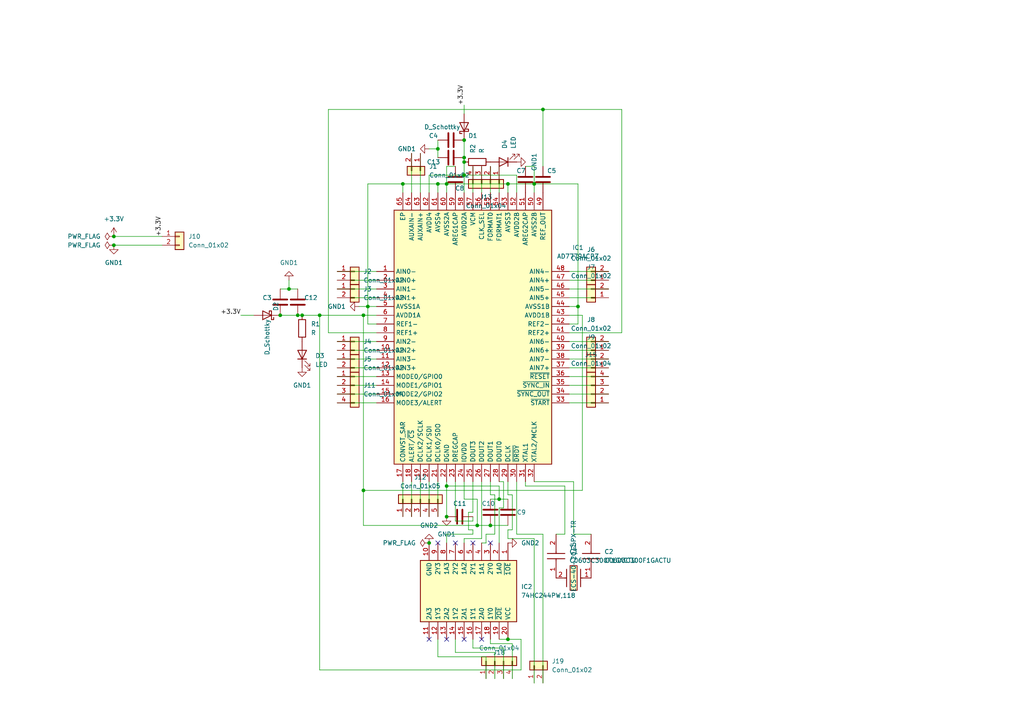
<source format=kicad_sch>
(kicad_sch (version 20230121) (generator eeschema)
  (paper "A4")
  (lib_symbols
    (symbol "Baja_ADC:74HC244PW,118"
      (property "Reference" "IC" (at 24.13 7.62 0))
      (property "Value" "74HC244PW,118" (at 24.13 5.08 0))
      (symbol "74HC244PW,118_1_1"
        (rectangle (start 5.08 2.54) (end 22.86 -25.4) (stroke (width 0.254)) (fill (type background)))
        (pin passive line (at 0 0 0) (length 5.08) (name "~{1OE}") (number "1"))
        (pin passive line (at 0 -22.86 0) (length 5.08) (name "GND") (number "10"))
        (pin passive line (at 27.94 -22.86 180) (length 5.08) (name "2A3") (number "11"))
        (pin passive line (at 27.94 -20.32 180) (length 5.08) (name "1Y3") (number "12"))
        (pin passive line (at 27.94 -17.78 180) (length 5.08) (name "2A2") (number "13"))
        (pin passive line (at 27.94 -15.24 180) (length 5.08) (name "1Y2") (number "14"))
        (pin passive line (at 27.94 -12.7 180) (length 5.08) (name "2A1") (number "15"))
        (pin passive line (at 27.94 -10.16 180) (length 5.08) (name "1Y1") (number "16"))
        (pin passive line (at 27.94 -7.62 180) (length 5.08) (name "2A0") (number "17"))
        (pin passive line (at 27.94 -5.08 180) (length 5.08) (name "1Y0") (number "18"))
        (pin passive line (at 27.94 -2.54 180) (length 5.08) (name "~{2OE}") (number "19"))
        (pin passive line (at 0 -2.54 0) (length 5.08) (name "1A0") (number "2"))
        (pin passive line (at 27.94 0 180) (length 5.08) (name "VCC") (number "20"))
        (pin passive line (at 0 -5.08 0) (length 5.08) (name "2Y0") (number "3"))
        (pin passive line (at 0 -7.62 0) (length 5.08) (name "1A1") (number "4"))
        (pin passive line (at 0 -10.16 0) (length 5.08) (name "2Y1") (number "5"))
        (pin passive line (at 0 -12.7 0) (length 5.08) (name "1A2") (number "6"))
        (pin passive line (at 0 -15.24 0) (length 5.08) (name "2Y2") (number "7"))
        (pin passive line (at 0 -17.78 0) (length 5.08) (name "1A3") (number "8"))
        (pin passive line (at 0 -20.32 0) (length 5.08) (name "2Y3") (number "9"))
      )
    )
    (symbol "Baja_ADC:AD7779ACPZ"
      (property "Reference" "IC" (at 52.07 22.86 0))
      (property "Value" "AD7779ACPZ" (at 52.07 20.32 0))
      (symbol "AD7779ACPZ_1_1"
        (rectangle (start 5.08 17.78) (end 50.8 -55.88) (stroke (width 0.254)) (fill (type background)))
        (pin passive line (at 0 0 0) (length 5.08) (name "AIN0-") (number "1"))
        (pin passive line (at 0 -22.86 0) (length 5.08) (name "AIN2+") (number "10"))
        (pin passive line (at 0 -25.4 0) (length 5.08) (name "AIN3-") (number "11"))
        (pin passive line (at 0 -27.94 0) (length 5.08) (name "AIN3+") (number "12"))
        (pin passive line (at 0 -30.48 0) (length 5.08) (name "MODE0/GPIO0") (number "13"))
        (pin passive line (at 0 -33.02 0) (length 5.08) (name "MODE1/GPIO1") (number "14"))
        (pin passive line (at 0 -35.56 0) (length 5.08) (name "MODE2/GPIO2") (number "15"))
        (pin passive line (at 0 -38.1 0) (length 5.08) (name "MODE3/ALERT") (number "16"))
        (pin passive line (at 7.62 -60.96 90) (length 5.08) (name "CONVST_SAR") (number "17"))
        (pin passive line (at 10.16 -60.96 90) (length 5.08) (name "ALERT/~{CS}") (number "18"))
        (pin passive line (at 12.7 -60.96 90) (length 5.08) (name "DCLK2/SCLK") (number "19"))
        (pin passive line (at 0 -2.54 0) (length 5.08) (name "AIN0+") (number "2"))
        (pin passive line (at 15.24 -60.96 90) (length 5.08) (name "DCLK1/SDI") (number "20"))
        (pin passive line (at 17.78 -60.96 90) (length 5.08) (name "DCLK0/SDO") (number "21"))
        (pin passive line (at 20.32 -60.96 90) (length 5.08) (name "DGND") (number "22"))
        (pin passive line (at 22.86 -60.96 90) (length 5.08) (name "DREGCAP") (number "23"))
        (pin passive line (at 25.4 -60.96 90) (length 5.08) (name "IOVDD") (number "24"))
        (pin passive line (at 27.94 -60.96 90) (length 5.08) (name "DOUT3") (number "25"))
        (pin passive line (at 30.48 -60.96 90) (length 5.08) (name "DOUT2") (number "26"))
        (pin passive line (at 33.02 -60.96 90) (length 5.08) (name "DOUT1") (number "27"))
        (pin passive line (at 35.56 -60.96 90) (length 5.08) (name "DOUT0") (number "28"))
        (pin passive line (at 38.1 -60.96 90) (length 5.08) (name "DCLK") (number "29"))
        (pin passive line (at 0 -5.08 0) (length 5.08) (name "AIN1-") (number "3"))
        (pin passive line (at 40.64 -60.96 90) (length 5.08) (name "~{DRDY}") (number "30"))
        (pin passive line (at 43.18 -60.96 90) (length 5.08) (name "XTAL1") (number "31"))
        (pin passive line (at 45.72 -60.96 90) (length 5.08) (name "XTAL2/MCLK") (number "32"))
        (pin passive line (at 55.88 -38.1 180) (length 5.08) (name "~{START}") (number "33"))
        (pin passive line (at 55.88 -35.56 180) (length 5.08) (name "~{SYNC_OUT}") (number "34"))
        (pin passive line (at 55.88 -33.02 180) (length 5.08) (name "~{SYNC_IN}") (number "35"))
        (pin passive line (at 55.88 -30.48 180) (length 5.08) (name "~{RESET}") (number "36"))
        (pin passive line (at 55.88 -27.94 180) (length 5.08) (name "AIN7+") (number "37"))
        (pin passive line (at 55.88 -25.4 180) (length 5.08) (name "AIN7-") (number "38"))
        (pin passive line (at 55.88 -22.86 180) (length 5.08) (name "AIN6+") (number "39"))
        (pin passive line (at 0 -7.62 0) (length 5.08) (name "AIN1+") (number "4"))
        (pin passive line (at 55.88 -20.32 180) (length 5.08) (name "AIN6-") (number "40"))
        (pin passive line (at 55.88 -17.78 180) (length 5.08) (name "REF2+") (number "41"))
        (pin passive line (at 55.88 -15.24 180) (length 5.08) (name "REF2-") (number "42"))
        (pin passive line (at 55.88 -12.7 180) (length 5.08) (name "AVDD1B") (number "43"))
        (pin passive line (at 55.88 -10.16 180) (length 5.08) (name "AVSS1B") (number "44"))
        (pin passive line (at 55.88 -7.62 180) (length 5.08) (name "AIN5+") (number "45"))
        (pin passive line (at 55.88 -5.08 180) (length 5.08) (name "AIN5-") (number "46"))
        (pin passive line (at 55.88 -2.54 180) (length 5.08) (name "AIN4+") (number "47"))
        (pin passive line (at 55.88 0 180) (length 5.08) (name "AIN4-") (number "48"))
        (pin passive line (at 48.26 22.86 270) (length 5.08) (name "REF_OUT") (number "49"))
        (pin passive line (at 0 -10.16 0) (length 5.08) (name "AVSS1A") (number "5"))
        (pin passive line (at 45.72 22.86 270) (length 5.08) (name "AVSS2B") (number "50"))
        (pin passive line (at 43.18 22.86 270) (length 5.08) (name "AREG2CAP") (number "51"))
        (pin passive line (at 40.64 22.86 270) (length 5.08) (name "AVDD2B") (number "52"))
        (pin passive line (at 38.1 22.86 270) (length 5.08) (name "AVSS3") (number "53"))
        (pin passive line (at 35.56 22.86 270) (length 5.08) (name "FORMAT1") (number "54"))
        (pin passive line (at 33.02 22.86 270) (length 5.08) (name "FORMAT0") (number "55"))
        (pin passive line (at 30.48 22.86 270) (length 5.08) (name "CLK_SEL") (number "56"))
        (pin passive line (at 27.94 22.86 270) (length 5.08) (name "VCM") (number "57"))
        (pin passive line (at 25.4 22.86 270) (length 5.08) (name "AVDD2A") (number "58"))
        (pin passive line (at 22.86 22.86 270) (length 5.08) (name "AREG1CAP") (number "59"))
        (pin passive line (at 0 -12.7 0) (length 5.08) (name "AVDD1A") (number "6"))
        (pin passive line (at 20.32 22.86 270) (length 5.08) (name "AVSS2A") (number "60"))
        (pin passive line (at 17.78 22.86 270) (length 5.08) (name "AVSS4") (number "61"))
        (pin passive line (at 15.24 22.86 270) (length 5.08) (name "AVDD4") (number "62"))
        (pin passive line (at 12.7 22.86 270) (length 5.08) (name "AUXAIN+") (number "63"))
        (pin passive line (at 10.16 22.86 270) (length 5.08) (name "AUXAIN-") (number "64"))
        (pin passive line (at 7.62 22.86 270) (length 5.08) (name "EP") (number "65"))
        (pin passive line (at 0 -15.24 0) (length 5.08) (name "REF1-") (number "7"))
        (pin passive line (at 0 -17.78 0) (length 5.08) (name "REF1+") (number "8"))
        (pin passive line (at 0 -20.32 0) (length 5.08) (name "AIN2-") (number "9"))
      )
    )
    (symbol "Baja_ADC:C0603C300F1GACTU" (pin_names hide)
      (property "Reference" "C" (at 8.89 6.35 0))
      (property "Value" "C0603C300F1GACTU" (at 8.89 3.81 0))
      (symbol "C0603C300F1GACTU_1_1"
        (polyline (pts (xy 5.08 0) (xy 5.588 0)) (stroke (width 0.254)))
        (polyline (pts (xy 5.588 2.54) (xy 5.588 -2.54)) (stroke (width 0.254)))
        (polyline (pts (xy 7.112 0) (xy 7.62 0)) (stroke (width 0.254)))
        (polyline (pts (xy 7.112 2.54) (xy 7.112 -2.54)) (stroke (width 0.254)))
        (pin passive line (at 0 0 0) (length 5.08) (name "1") (number "1"))
        (pin passive line (at 12.7 0 180) (length 5.08) (name "2") (number "2"))
      )
    )
    (symbol "Baja_ADC:ECS-40-20-5PX-TR" (pin_names hide)
      (property "Reference" "Y" (at 8.89 6.35 0))
      (property "Value" "ECS-40-20-5PX-TR" (at 8.89 3.81 0))
      (symbol "ECS-40-20-5PX-TR_1_1"
        (polyline (pts (xy 3.048 0) (xy 2.54 0)) (stroke (width 0.254)))
        (polyline (pts (xy 3.048 2.54) (xy 3.048 -2.54)) (stroke (width 0.254)))
        (polyline (pts (xy 7.112 0) (xy 7.62 0)) (stroke (width 0.254)))
        (polyline (pts (xy 7.112 2.54) (xy 7.112 -2.54)) (stroke (width 0.254)))
        (rectangle (start 4.064 3.556) (end 6.096 -3.556) (stroke (width 0.254)) (fill (type background)))
        (pin passive line (at 0 0 0) (length 2.54) (name "1") (number "1"))
        (pin passive line (at 10.16 0 180) (length 2.54) (name "2") (number "2"))
      )
    )
    (symbol "Connector_Generic:Conn_01x02" (pin_names (offset 1.016) hide)
      (property "Reference" "J" (at 0 2.54 0))
      (property "Value" "Conn_01x02" (at 0 -5.08 0))
      (symbol "Conn_01x02_1_1"
        (rectangle (start -1.27 -2.413) (end 0 -2.667) (stroke (width 0.1524)))
        (rectangle (start -1.27 0.127) (end 0 -0.127) (stroke (width 0.1524)))
        (rectangle (start -1.27 1.27) (end 1.27 -3.81) (stroke (width 0.254)) (fill (type background)))
        (pin passive line (at -5.08 0 0) (length 3.81) (name "Pin_1") (number "1"))
        (pin passive line (at -5.08 -2.54 0) (length 3.81) (name "Pin_2") (number "2"))
      )
    )
    (symbol "Connector_Generic:Conn_01x04" (pin_names (offset 1.016) hide)
      (property "Reference" "J" (at 0 5.08 0))
      (property "Value" "Conn_01x04" (at 0 -7.62 0))
      (symbol "Conn_01x04_1_1"
        (rectangle (start -1.27 -4.953) (end 0 -5.207) (stroke (width 0.1524)))
        (rectangle (start -1.27 -2.413) (end 0 -2.667) (stroke (width 0.1524)))
        (rectangle (start -1.27 0.127) (end 0 -0.127) (stroke (width 0.1524)))
        (rectangle (start -1.27 2.667) (end 0 2.413) (stroke (width 0.1524)))
        (rectangle (start -1.27 3.81) (end 1.27 -6.35) (stroke (width 0.254)) (fill (type background)))
        (pin passive line (at -5.08 2.54 0) (length 3.81) (name "Pin_1") (number "1"))
        (pin passive line (at -5.08 0 0) (length 3.81) (name "Pin_2") (number "2"))
        (pin passive line (at -5.08 -2.54 0) (length 3.81) (name "Pin_3") (number "3"))
        (pin passive line (at -5.08 -5.08 0) (length 3.81) (name "Pin_4") (number "4"))
      )
    )
    (symbol "Connector_Generic:Conn_01x05" (pin_names (offset 1.016) hide)
      (property "Reference" "J" (at 0 7.62 0))
      (property "Value" "Conn_01x05" (at 0 -7.62 0))
      (symbol "Conn_01x05_1_1"
        (rectangle (start -1.27 -4.953) (end 0 -5.207) (stroke (width 0.1524)))
        (rectangle (start -1.27 -2.413) (end 0 -2.667) (stroke (width 0.1524)))
        (rectangle (start -1.27 0.127) (end 0 -0.127) (stroke (width 0.1524)))
        (rectangle (start -1.27 2.667) (end 0 2.413) (stroke (width 0.1524)))
        (rectangle (start -1.27 5.207) (end 0 4.953) (stroke (width 0.1524)))
        (rectangle (start -1.27 6.35) (end 1.27 -6.35) (stroke (width 0.254)) (fill (type background)))
        (pin passive line (at -5.08 5.08 0) (length 3.81) (name "Pin_1") (number "1"))
        (pin passive line (at -5.08 2.54 0) (length 3.81) (name "Pin_2") (number "2"))
        (pin passive line (at -5.08 0 0) (length 3.81) (name "Pin_3") (number "3"))
        (pin passive line (at -5.08 -2.54 0) (length 3.81) (name "Pin_4") (number "4"))
        (pin passive line (at -5.08 -5.08 0) (length 3.81) (name "Pin_5") (number "5"))
      )
    )
    (symbol "Device:C" (pin_numbers hide) (pin_names (offset 0.254))
      (property "Reference" "C" (at 0.635 2.54 0))
      (property "Value" "C" (at 0.635 -2.54 0))
      (symbol "C_0_1"
        (polyline (pts (xy -2.032 -0.762) (xy 2.032 -0.762)) (stroke (width 0.508)))
        (polyline (pts (xy -2.032 0.762) (xy 2.032 0.762)) (stroke (width 0.508)))
      )
      (symbol "C_1_1"
        (pin passive line (at 0 3.81 270) (length 2.794) (name "~") (number "1"))
        (pin passive line (at 0 -3.81 90) (length 2.794) (name "~") (number "2"))
      )
    )
    (symbol "Device:D_Schottky" (pin_numbers hide) (pin_names (offset 1.016) hide)
      (property "Reference" "D" (at 0 2.54 0))
      (property "Value" "D_Schottky" (at 0 -2.54 0))
      (symbol "D_Schottky_0_1"
        (polyline (pts (xy 1.27 0) (xy -1.27 0)))
        (polyline (pts (xy 1.27 1.27) (xy 1.27 -1.27) (xy -1.27 0) (xy 1.27 1.27)) (stroke (width 0.254)))
        (polyline (pts (xy -1.905 0.635) (xy -1.905 1.27) (xy -1.27 1.27) (xy -1.27 -1.27) (xy -0.635 -1.27) (xy -0.635 -0.635)) (stroke (width 0.254)))
      )
      (symbol "D_Schottky_1_1"
        (pin passive line (at -3.81 0 0) (length 2.54) (name "K") (number "1"))
        (pin passive line (at 3.81 0 180) (length 2.54) (name "A") (number "2"))
      )
    )
    (symbol "Device:LED" (pin_numbers hide) (pin_names (offset 1.016) hide)
      (property "Reference" "D" (at 0 2.54 0))
      (property "Value" "LED" (at 0 -2.54 0))
      (symbol "LED_0_1"
        (polyline (pts (xy -1.27 -1.27) (xy -1.27 1.27)) (stroke (width 0.254)))
        (polyline (pts (xy -1.27 0) (xy 1.27 0)))
        (polyline (pts (xy 1.27 -1.27) (xy 1.27 1.27) (xy -1.27 0) (xy 1.27 -1.27)) (stroke (width 0.254)))
        (polyline (pts (xy -3.048 -0.762) (xy -4.572 -2.286) (xy -3.81 -2.286) (xy -4.572 -2.286) (xy -4.572 -1.524)))
        (polyline (pts (xy -1.778 -0.762) (xy -3.302 -2.286) (xy -2.54 -2.286) (xy -3.302 -2.286) (xy -3.302 -1.524)))
      )
      (symbol "LED_1_1"
        (pin passive line (at -3.81 0 0) (length 2.54) (name "K") (number "1"))
        (pin passive line (at 3.81 0 180) (length 2.54) (name "A") (number "2"))
      )
    )
    (symbol "Device:R" (pin_numbers hide) (pin_names (offset 0))
      (property "Reference" "R" (at 2.032 0 90))
      (property "Value" "R" (at 0 0 90))
      (symbol "R_0_1"
        (rectangle (start -1.016 -2.54) (end 1.016 2.54) (stroke (width 0.254)))
      )
      (symbol "R_1_1"
        (pin passive line (at 0 3.81 270) (length 1.27) (name "~") (number "1"))
        (pin passive line (at 0 -3.81 90) (length 1.27) (name "~") (number "2"))
      )
    )
    (symbol "power:+3.3V" (power) (pin_names (offset 0))
      (property "Value" "+3.3V" (at 0 3.556 0))
      (symbol "+3.3V_0_1"
        (polyline (pts (xy -0.762 1.27) (xy 0 2.54)))
        (polyline (pts (xy 0 0) (xy 0 2.54)))
        (polyline (pts (xy 0 2.54) (xy 0.762 1.27)))
      )
      (symbol "+3.3V_1_1"
        (pin power_in line (at 0 0 90) (length 0) hide (name "+3.3V") (number "1"))
      )
    )
    (symbol "power:GND1" (power) (pin_names (offset 0))
      (property "Value" "GND1" (at 0 -3.81 0))
      (symbol "GND1_0_1"
        (polyline (pts (xy 0 0) (xy 0 -1.27) (xy 1.27 -1.27) (xy 0 -2.54) (xy -1.27 -1.27) (xy 0 -1.27)))
      )
      (symbol "GND1_1_1"
        (pin power_in line (at 0 0 270) (length 0) hide (name "GND1") (number "1"))
      )
    )
    (symbol "power:GND2" (power) (pin_names (offset 0))
      (property "Value" "GND2" (at 0 -3.81 0))
      (symbol "GND2_0_1"
        (polyline (pts (xy 0 0) (xy 0 -1.27) (xy 1.27 -1.27) (xy 0 -2.54) (xy -1.27 -1.27) (xy 0 -1.27)))
      )
      (symbol "GND2_1_1"
        (pin power_in line (at 0 0 270) (length 0) hide (name "GND2") (number "1"))
      )
    )
    (symbol "power:PWR_FLAG" (power) (pin_numbers hide) (pin_names (offset 0) hide)
      (property "Value" "PWR_FLAG" (at 0 3.81 0))
      (symbol "PWR_FLAG_0_0"
        (pin power_out line (at 0 0 90) (length 0) (name "pwr") (number "1"))
      )
      (symbol "PWR_FLAG_0_1"
        (polyline (pts (xy 0 0) (xy 0 1.27) (xy -1.016 1.905) (xy 0 2.54) (xy 1.016 1.905) (xy 0 1.27)))
      )
    )
  )
  (junction (at 127 43.18))
  (junction (at 106.68 88.9))
  (junction (at 105.41 142.24))
  (junction (at 92.71 91.44))
  (junction (at 129.54 149.86))
  (junction (at 86.36 91.44))
  (junction (at 87.63 91.44))
  (junction (at 124.46 157.48))
  (junction (at 154.94 53.34))
  (junction (at 33.02 71.12))
  (junction (at 127 53.34))
  (junction (at 134.62 50.8))
  (junction (at 129.54 53.34))
  (junction (at 134.62 40.64))
  (junction (at 116.84 53.34))
  (junction (at 33.02 68.58))
  (junction (at 167.64 88.9))
  (junction (at 157.48 31.75))
  (junction (at 83.82 83.82))
  (junction (at 138.43 152.4))
  (junction (at 144.78 144.78))
  (junction (at 147.32 53.34))
  (junction (at 134.62 46.99))
  (junction (at 81.28 91.44))
  (junction (at 147.32 185.42))
  (junction (at 142.24 152.4))
  (junction (at 134.62 45.72))
  (junction (at 105.41 91.44))
  (junction (at 129.54 140.97))
  (no_connect (at 142.24 157.48))
  (no_connect (at 137.16 157.48))
  (no_connect (at 129.54 185.42))
  (no_connect (at 132.08 157.48))
  (no_connect (at 134.62 185.42))
  (no_connect (at 127 157.48))
  (no_connect (at 139.7 185.42))
  (no_connect (at 124.46 185.42))
  (wire (pts (xy 129.54 140.97) (xy 129.54 139.7)))
  (wire (pts (xy 86.36 91.44) (xy 87.63 91.44)))
  (wire (pts (xy 105.41 91.44) (xy 105.41 142.24)))
  (wire (pts (xy 129.54 53.34) (xy 129.54 48.26)))
  (wire (pts (xy 124.46 50.8) (xy 124.46 55.88)))
  (wire (pts (xy 119.38 44.45) (xy 119.38 55.88)))
  (wire (pts (xy 127 139.7) (xy 127 149.86)))
  (wire (pts (xy 87.63 91.44) (xy 92.71 91.44)))
  (wire (pts (xy 97.79 106.68) (xy 109.22 106.68)))
  (wire (pts (xy 140.97 157.48) (xy 139.7 157.48)))
  (wire (pts (xy 165.1 109.22) (xy 176.53 109.22)))
  (wire (pts (xy 132.08 189.23) (xy 143.51 189.23)))
  (wire (pts (xy 135.89 148.59) (xy 135.89 153.67)))
  (wire (pts (xy 142.24 139.7) (xy 142.24 143.51)))
  (wire (pts (xy 116.84 139.7) (xy 116.84 149.86)))
  (wire (pts (xy 124.46 139.7) (xy 124.46 149.86)))
  (wire (pts (xy 134.62 50.8) (xy 149.86 50.8)))
  (wire (pts (xy 105.41 142.24) (xy 168.91 142.24)))
  (wire (pts (xy 167.64 93.98) (xy 165.1 93.98)))
  (wire (pts (xy 149.86 154.94) (xy 157.48 154.94)))
  (wire (pts (xy 97.79 111.76) (xy 109.22 111.76)))
  (wire (pts (xy 134.62 50.8) (xy 124.46 50.8)))
  (wire (pts (xy 138.43 152.4) (xy 138.43 144.78)))
  (wire (pts (xy 137.16 48.26) (xy 137.16 55.88)))
  (wire (pts (xy 129.54 154.94) (xy 129.54 157.48)))
  (wire (pts (xy 146.05 139.7) (xy 146.05 147.32)))
  (wire (pts (xy 97.79 99.06) (xy 109.22 99.06)))
  (wire (pts (xy 132.08 185.42) (xy 132.08 189.23)))
  (wire (pts (xy 69.85 91.44) (xy 73.66 91.44)))
  (wire (pts (xy 132.08 139.7) (xy 132.08 151.13)))
  (wire (pts (xy 142.24 186.69) (xy 148.59 186.69)))
  (wire (pts (xy 106.68 88.9) (xy 106.68 53.34)))
  (wire (pts (xy 148.59 143.51) (xy 148.59 153.67)))
  (wire (pts (xy 97.79 86.36) (xy 109.22 86.36)))
  (wire (pts (xy 121.92 139.7) (xy 121.92 149.86)))
  (wire (pts (xy 146.05 147.32) (xy 144.78 147.32)))
  (wire (pts (xy 144.78 185.42) (xy 147.32 185.42)))
  (wire (pts (xy 134.62 50.8) (xy 134.62 55.88)))
  (wire (pts (xy 147.32 139.7) (xy 147.32 143.51)))
  (wire (pts (xy 144.78 48.26) (xy 144.78 55.88)))
  (wire (pts (xy 154.94 53.34) (xy 167.64 53.34)))
  (wire (pts (xy 132.08 151.13) (xy 137.16 151.13)))
  (wire (pts (xy 154.94 53.34) (xy 154.94 55.88)))
  (wire (pts (xy 165.1 104.14) (xy 176.53 104.14)))
  (wire (pts (xy 149.86 55.88) (xy 149.86 50.8)))
  (wire (pts (xy 146.05 187.96) (xy 146.05 196.85)))
  (wire (pts (xy 134.62 45.72) (xy 134.62 46.99)))
  (wire (pts (xy 127 53.34) (xy 129.54 53.34)))
  (wire (pts (xy 166.37 139.7) (xy 154.94 139.7)))
  (wire (pts (xy 97.79 81.28) (xy 109.22 81.28)))
  (wire (pts (xy 116.84 53.34) (xy 116.84 55.88)))
  (wire (pts (xy 165.1 96.52) (xy 180.34 96.52)))
  (wire (pts (xy 106.68 53.34) (xy 116.84 53.34)))
  (wire (pts (xy 92.71 194.31) (xy 92.71 91.44)))
  (wire (pts (xy 165.1 83.82) (xy 176.53 83.82)))
  (wire (pts (xy 137.16 153.67) (xy 137.16 154.94)))
  (wire (pts (xy 142.24 144.78) (xy 144.78 144.78)))
  (wire (pts (xy 154.94 53.34) (xy 154.94 48.26)))
  (wire (pts (xy 148.59 186.69) (xy 148.59 196.85)))
  (wire (pts (xy 33.02 68.58) (xy 46.99 68.58)))
  (wire (pts (xy 168.91 142.24) (xy 168.91 91.44)))
  (wire (pts (xy 151.13 185.42) (xy 151.13 194.31)))
  (wire (pts (xy 124.46 43.18) (xy 127 43.18)))
  (wire (pts (xy 144.78 147.32) (xy 144.78 157.48)))
  (wire (pts (xy 95.25 31.75) (xy 157.48 31.75)))
  (wire (pts (xy 152.4 140.97) (xy 152.4 139.7)))
  (wire (pts (xy 137.16 139.7) (xy 137.16 148.59)))
  (wire (pts (xy 127 190.5) (xy 140.97 190.5)))
  (wire (pts (xy 167.64 88.9) (xy 167.64 93.98)))
  (wire (pts (xy 147.32 53.34) (xy 147.32 55.88)))
  (wire (pts (xy 119.38 139.7) (xy 119.38 149.86)))
  (wire (pts (xy 166.37 139.7) (xy 166.37 154.94)))
  (wire (pts (xy 165.1 88.9) (xy 167.64 88.9)))
  (wire (pts (xy 105.41 91.44) (xy 109.22 91.44)))
  (wire (pts (xy 105.41 142.24) (xy 105.41 152.4)))
  (wire (pts (xy 129.54 48.26) (xy 132.08 48.26)))
  (wire (pts (xy 127 185.42) (xy 127 190.5)))
  (wire (pts (xy 142.24 185.42) (xy 142.24 186.69)))
  (wire (pts (xy 143.51 189.23) (xy 143.51 196.85)))
  (wire (pts (xy 154.94 48.26) (xy 152.4 48.26)))
  (wire (pts (xy 109.22 96.52) (xy 95.25 96.52)))
  (wire (pts (xy 144.78 140.97) (xy 129.54 140.97)))
  (wire (pts (xy 137.16 151.13) (xy 137.16 149.86)))
  (wire (pts (xy 97.79 101.6) (xy 109.22 101.6)))
  (wire (pts (xy 97.79 78.74) (xy 109.22 78.74)))
  (wire (pts (xy 116.84 53.34) (xy 127 53.34)))
  (wire (pts (xy 154.94 156.21) (xy 154.94 198.12)))
  (wire (pts (xy 97.79 83.82) (xy 109.22 83.82)))
  (wire (pts (xy 161.29 154.94) (xy 163.83 154.94)))
  (wire (pts (xy 97.79 114.3) (xy 109.22 114.3)))
  (wire (pts (xy 165.1 116.84) (xy 176.53 116.84)))
  (wire (pts (xy 139.7 48.26) (xy 139.7 55.88)))
  (wire (pts (xy 97.79 116.84) (xy 109.22 116.84)))
  (wire (pts (xy 83.82 83.82) (xy 86.36 83.82)))
  (wire (pts (xy 147.32 156.21) (xy 154.94 156.21)))
  (wire (pts (xy 81.28 83.82) (xy 83.82 83.82)))
  (wire (pts (xy 142.24 152.4) (xy 147.32 152.4)))
  (wire (pts (xy 165.1 106.68) (xy 176.53 106.68)))
  (wire (pts (xy 97.79 104.14) (xy 109.22 104.14)))
  (wire (pts (xy 137.16 154.94) (xy 129.54 154.94)))
  (wire (pts (xy 137.16 185.42) (xy 137.16 187.96)))
  (wire (pts (xy 142.24 143.51) (xy 143.51 143.51)))
  (wire (pts (xy 127 40.64) (xy 127 43.18)))
  (wire (pts (xy 157.48 31.75) (xy 157.48 48.26)))
  (wire (pts (xy 148.59 153.67) (xy 147.32 153.67)))
  (wire (pts (xy 140.97 190.5) (xy 140.97 196.85)))
  (wire (pts (xy 106.68 88.9) (xy 109.22 88.9)))
  (wire (pts (xy 152.4 140.97) (xy 163.83 140.97)))
  (wire (pts (xy 127 43.18) (xy 127 45.72)))
  (wire (pts (xy 104.14 88.9) (xy 106.68 88.9)))
  (wire (pts (xy 147.32 143.51) (xy 148.59 143.51)))
  (wire (pts (xy 144.78 144.78) (xy 147.32 144.78)))
  (wire (pts (xy 129.54 53.34) (xy 147.32 53.34)))
  (wire (pts (xy 139.7 139.7) (xy 139.7 156.21)))
  (wire (pts (xy 127 53.34) (xy 127 55.88)))
  (wire (pts (xy 168.91 91.44) (xy 165.1 91.44)))
  (wire (pts (xy 106.68 88.9) (xy 106.68 93.98)))
  (wire (pts (xy 165.1 111.76) (xy 176.53 111.76)))
  (wire (pts (xy 137.16 148.59) (xy 135.89 148.59)))
  (wire (pts (xy 137.16 187.96) (xy 146.05 187.96)))
  (wire (pts (xy 121.92 44.45) (xy 121.92 55.88)))
  (wire (pts (xy 142.24 48.26) (xy 142.24 55.88)))
  (wire (pts (xy 134.62 144.78) (xy 134.62 139.7)))
  (wire (pts (xy 33.02 71.12) (xy 46.99 71.12)))
  (wire (pts (xy 165.1 114.3) (xy 176.53 114.3)))
  (wire (pts (xy 157.48 154.94) (xy 157.48 198.12)))
  (wire (pts (xy 144.78 139.7) (xy 146.05 139.7)))
  (wire (pts (xy 134.62 46.99) (xy 134.62 50.8)))
  (wire (pts (xy 151.13 194.31) (xy 92.71 194.31)))
  (wire (pts (xy 165.1 86.36) (xy 176.53 86.36)))
  (wire (pts (xy 139.7 156.21) (xy 134.62 156.21)))
  (wire (pts (xy 180.34 31.75) (xy 157.48 31.75)))
  (wire (pts (xy 134.62 40.64) (xy 134.62 45.72)))
  (wire (pts (xy 140.97 154.94) (xy 140.97 157.48)))
  (wire (pts (xy 134.62 30.48) (xy 134.62 33.02)))
  (wire (pts (xy 180.34 96.52) (xy 180.34 31.75)))
  (wire (pts (xy 92.71 91.44) (xy 105.41 91.44)))
  (wire (pts (xy 149.86 139.7) (xy 149.86 154.94)))
  (wire (pts (xy 105.41 152.4) (xy 138.43 152.4)))
  (wire (pts (xy 135.89 153.67) (xy 137.16 153.67)))
  (wire (pts (xy 83.82 81.28) (xy 83.82 83.82)))
  (wire (pts (xy 147.32 53.34) (xy 154.94 53.34)))
  (wire (pts (xy 134.62 156.21) (xy 134.62 157.48)))
  (wire (pts (xy 165.1 99.06) (xy 176.53 99.06)))
  (wire (pts (xy 97.79 109.22) (xy 109.22 109.22)))
  (wire (pts (xy 109.22 93.98) (xy 106.68 93.98)))
  (wire (pts (xy 165.1 81.28) (xy 176.53 81.28)))
  (wire (pts (xy 147.32 153.67) (xy 147.32 156.21)))
  (wire (pts (xy 147.32 185.42) (xy 151.13 185.42)))
  (wire (pts (xy 171.45 154.94) (xy 166.37 154.94)))
  (wire (pts (xy 143.51 143.51) (xy 143.51 154.94)))
  (wire (pts (xy 143.51 154.94) (xy 140.97 154.94)))
  (wire (pts (xy 163.83 140.97) (xy 163.83 154.94)))
  (wire (pts (xy 138.43 144.78) (xy 134.62 144.78)))
  (wire (pts (xy 95.25 96.52) (xy 95.25 31.75)))
  (wire (pts (xy 138.43 152.4) (xy 142.24 152.4)))
  (wire (pts (xy 129.54 53.34) (xy 129.54 55.88)))
  (wire (pts (xy 165.1 78.74) (xy 176.53 78.74)))
  (wire (pts (xy 165.1 101.6) (xy 176.53 101.6)))
  (wire (pts (xy 144.78 144.78) (xy 144.78 140.97)))
  (wire (pts (xy 167.64 53.34) (xy 167.64 88.9)))
  (wire (pts (xy 129.54 140.97) (xy 129.54 149.86)))
  (wire (pts (xy 81.28 91.44) (xy 86.36 91.44)))
  (label "+3.3V" (at 134.62 30.48 90))
  (label "+3.3V" (at 69.85 91.44 180))
  (label "+3.3V" (at 46.99 68.58 90))
  (symbol (lib_id "Baja_ADC:C0603C300F1GACTU") (at 161.29 167.64 90) (unit 1)
    (property "Reference" "C1" (at 165.1 160.02 90) (effects (justify right)))
    (property "Value" "C0603C300F1GACTU" (at 165.1 162.56 90) (effects (justify right)))
    (property "Footprint" "Capacitor_SMD:C_01005_0402Metric" (effects hide))
    (property "Datasheet" "https://content.kemet.com/datasheets/KEM_C1003_C0G_SMD.pdf" (effects hide))
    (property "Height" "0.87" (effects hide))
    (property "Mouser Part Number" "80-C0603C300F1GACTU" (effects hide))
    (property "Mouser Price/Stock" "https://www.mouser.co.uk/ProductDetail/KEMET/C0603C300F1GACTU?qs=Yn3Sx5fzlsDQZD9C0qwF6w%3D%3D" (effects hide))
    (property "Manufacturer_Name" "KEMET" (effects hide))
    (property "Manufacturer_Part_Number" "C0603C300F1GACTU" (effects hide))
  )
  (symbol (lib_id "Device:R") (at 138.43 46.99 270) (unit 1)
    (property "Reference" "R2" (at 137.16 44.45 0) (effects (justify right)))
    (property "Value" "R" (at 139.7 44.45 0) (effects (justify right)))
    (property "Footprint" "Resistor_SMD:R_0603_1608Metric" (effects hide))
  )
  (symbol (lib_id "Connector_Generic:Conn_01x02") (at 102.87 104.14 0) (unit 1)
    (property "Reference" "J5" (at 105.41 104.14 0) (effects (justify left)))
    (property "Value" "Conn_01x02" (at 105.41 106.68 0) (effects (justify left)))
    (property "Footprint" "Connector_PinHeader_2.54mm:PinHeader_1x02_P2.54mm_Vertical" (effects hide))
  )
  (symbol (lib_id "power:GND1") (at 129.54 149.86 0) (unit 1)
    (property "Reference" "#PWR09" (effects hide))
    (property "Value" "GND1" (at 129.54 154.94 0))
  )
  (symbol (lib_id "power:GND2") (at 147.32 157.48 90) (unit 1)
    (property "Reference" "#PWR03" (effects hide))
    (property "Value" "GND2" (at 151.13 157.48 90) (effects (justify right)))
  )
  (symbol (lib_id "power:+3.3V") (at 33.02 68.58 0) (unit 1)
    (property "Reference" "#PWR011" (effects hide))
    (property "Value" "+3.3V" (at 33.02 63.5 0))
  )
  (symbol (lib_id "Device:LED") (at 87.63 102.87 90) (unit 1)
    (property "Reference" "D3" (at 91.44 103.1875 90) (effects (justify right)))
    (property "Value" "LED" (at 91.44 105.7275 90) (effects (justify right)))
    (property "Footprint" "LED_SMD:LED_0201_0603Metric" (effects hide))
  )
  (symbol (lib_id "Connector_Generic:Conn_01x04") (at 102.87 111.76 0) (unit 1)
    (property "Reference" "J11" (at 105.41 111.76 0) (effects (justify left)))
    (property "Value" "Conn_01x04" (at 105.41 114.3 0) (effects (justify left)))
    (property "Footprint" "Connector_PinHeader_2.54mm:PinHeader_1x04_P2.54mm_Vertical" (effects hide))
  )
  (symbol (lib_id "power:GND1") (at 124.46 43.18 270) (unit 1)
    (property "Reference" "#PWR06" (effects hide))
    (property "Value" "GND1" (at 120.65 43.18 90) (effects (justify right)))
  )
  (symbol (lib_id "Connector_Generic:Conn_01x05") (at 121.92 144.78 90) (unit 1)
    (property "Reference" "J12" (at 121.92 138.43 90))
    (property "Value" "Conn_01x05" (at 121.92 140.97 90))
    (property "Footprint" "Connector_PinHeader_2.54mm:PinHeader_1x05_P2.54mm_Vertical" (effects hide))
  )
  (symbol (lib_id "power:PWR_FLAG") (at 33.02 68.58 90) (unit 1)
    (property "Reference" "#FLG01" (effects hide))
    (property "Value" "PWR_FLAG" (at 29.21 68.58 90) (effects (justify left)))
  )
  (symbol (lib_id "Device:C") (at 152.4 52.07 0) (unit 1)
    (property "Reference" "C7" (at 151.13 49.53 0))
    (property "Value" "C" (effects hide))
    (property "Footprint" "Baja_ADC:CAPC1005X55N" (effects hide))
  )
  (symbol (lib_id "Device:R") (at 87.63 95.25 180) (unit 1)
    (property "Reference" "R1" (at 90.17 93.98 0) (effects (justify right)))
    (property "Value" "R" (at 90.17 96.52 0) (effects (justify right)))
    (property "Footprint" "Resistor_SMD:R_0603_1608Metric" (effects hide))
  )
  (symbol (lib_id "Baja_ADC:ECS-40-20-5PX-TR") (at 171.45 167.64 180) (unit 1)
    (property "Reference" "Y1" (at 166.37 158.75 0))
    (property "Value" "ECS-40-20-5PX-TR" (at 166.37 161.29 90))
    (property "Footprint" "Baja_ADC:ECS49205PXTR" (effects hide))
    (property "Datasheet" "https://ecsxtal.com/store/pdf/csm-7x.pdf" (effects hide))
    (property "Height" "4.3" (effects hide))
    (property "Mouser Part Number" "520-CSM400-20-X" (effects hide))
    (property "Mouser Price/Stock" "https://www.mouser.co.uk/ProductDetail/ECS/ECS-40-20-5PX-TR?qs=CkbNAJEAr%2FTougZc5FYMgQ%3D%3D" (effects hide))
    (property "Manufacturer_Name" "ECS" (effects hide))
    (property "Manufacturer_Part_Number" "ECS-40-20-5PX-TR" (effects hide))
  )
  (symbol (lib_id "Device:D_Schottky") (at 134.62 36.83 90) (unit 1)
    (property "Reference" "D1" (at 137.16 39.37 90))
    (property "Value" "D_Schottky" (at 128.27 36.83 90))
    (property "Footprint" "Baja_ADC:DIOM5336X245N" (effects hide))
  )
  (symbol (lib_id "Connector_Generic:Conn_01x04") (at 142.24 53.34 270) (unit 1)
    (property "Reference" "J13" (at 140.97 57.15 90))
    (property "Value" "Conn_01x04" (at 140.97 59.69 90))
    (property "Footprint" "Connector_PinHeader_2.54mm:PinHeader_1x04_P2.54mm_Vertical" (effects hide))
  )
  (symbol (lib_id "Device:C") (at 142.24 148.59 180) (unit 1)
    (property "Reference" "C10" (at 139.7 146.05 0) (effects (justify right)))
    (property "Value" "C" (effects hide))
    (property "Footprint" "Capacitor_SMD:C_0805_2012Metric_Pad1.18x1.45mm_HandSolder" (effects hide))
  )
  (symbol (lib_id "Device:C") (at 147.32 148.59 180) (unit 1)
    (property "Reference" "C9" (at 149.86 148.59 0) (effects (justify right)))
    (property "Value" "C" (effects hide))
    (property "Footprint" "Baja_ADC:CAPC1608X95N" (effects hide))
  )
  (symbol (lib_id "power:PWR_FLAG") (at 124.46 157.48 90) (unit 1)
    (property "Reference" "#FLG03" (effects hide))
    (property "Value" "PWR_FLAG" (at 120.65 157.48 90) (effects (justify left)))
  )
  (symbol (lib_id "Connector_Generic:Conn_01x02") (at 102.87 83.82 0) (unit 1)
    (property "Reference" "J3" (at 105.41 83.82 0) (effects (justify left)))
    (property "Value" "Conn_01x02" (at 105.41 86.36 0) (effects (justify left)))
    (property "Footprint" "Connector_PinHeader_2.54mm:PinHeader_1x02_P2.54mm_Vertical" (effects hide))
  )
  (symbol (lib_id "Device:C") (at 81.28 87.63 0) (unit 1)
    (property "Reference" "C3" (at 77.47 86.36 0))
    (property "Value" "C" (effects hide))
    (property "Footprint" "Baja_ADC:CAPC1608X95N" (effects hide))
  )
  (symbol (lib_id "Connector_Generic:Conn_01x04") (at 171.45 114.3 180) (unit 1)
    (property "Reference" "J15" (at 171.45 102.87 0))
    (property "Value" "Conn_01x04" (at 171.45 105.41 0))
    (property "Footprint" "Connector_PinHeader_2.54mm:PinHeader_1x04_P2.54mm_Vertical" (effects hide))
  )
  (symbol (lib_id "power:GND2") (at 124.46 157.48 180) (unit 1)
    (property "Reference" "#PWR01" (effects hide))
    (property "Value" "GND2" (at 124.46 152.4 0))
  )
  (symbol (lib_id "Connector_Generic:Conn_01x04") (at 143.51 191.77 90) (unit 1)
    (property "Reference" "J18" (at 144.78 189.23 90))
    (property "Value" "Conn_01x04" (at 144.78 187.96 90))
    (property "Footprint" "Connector_PinHeader_2.54mm:PinHeader_1x04_P2.54mm_Vertical" (effects hide))
  )
  (symbol (lib_id "Device:D_Schottky") (at 77.47 91.44 180) (unit 1)
    (property "Reference" "D2" (at 80.01 88.9 90))
    (property "Value" "D_Schottky" (at 77.47 97.79 90))
    (property "Footprint" "Baja_ADC:DIOM5336X245N" (effects hide))
  )
  (symbol (lib_id "Connector_Generic:Conn_01x02") (at 171.45 86.36 180) (unit 1)
    (property "Reference" "J7" (at 171.45 77.47 0))
    (property "Value" "Conn_01x02" (at 171.45 80.01 0))
    (property "Footprint" "Connector_PinHeader_2.54mm:PinHeader_1x02_P2.54mm_Vertical" (effects hide))
  )
  (symbol (lib_id "power:GND1") (at 87.63 106.68 0) (unit 1)
    (property "Reference" "#PWR07" (effects hide))
    (property "Value" "GND1" (at 87.63 111.76 0))
  )
  (symbol (lib_id "Connector_Generic:Conn_01x02") (at 102.87 99.06 0) (unit 1)
    (property "Reference" "J4" (at 105.41 99.06 0) (effects (justify left)))
    (property "Value" "Conn_01x02" (at 105.41 101.6 0) (effects (justify left)))
    (property "Footprint" "Connector_PinHeader_2.54mm:PinHeader_1x02_P2.54mm_Vertical" (effects hide))
  )
  (symbol (lib_id "Baja_ADC:74HC244PW,118") (at 147.32 157.48 270) (unit 1)
    (property "Reference" "IC2" (at 151.13 170.18 90) (effects (justify left)))
    (property "Value" "74HC244PW,118" (at 151.13 172.72 90) (effects (justify left)))
    (property "Footprint" "Baja_ADC:SOP65P640X110-20N" (effects hide))
    (property "Datasheet" "https://assets.nexperia.com/documents/data-sheet/74HC_HCT244.pdf" (effects hide))
    (property "Height" "1.1" (effects hide))
    (property "Mouser Part Number" "771-74HC244PW-T" (effects hide))
    (property "Mouser Price/Stock" "https://www.mouser.co.uk/ProductDetail/Nexperia/74HC244PW118?qs=P62ublwmbi%2FtQf%252Bra6iP1g%3D%3D" (effects hide))
    (property "Manufacturer_Name" "Nexperia" (effects hide))
    (property "Manufacturer_Part_Number" "74HC244PW,118" (effects hide))
  )
  (symbol (lib_id "Connector_Generic:Conn_01x02") (at 154.94 193.04 90) (unit 1)
    (property "Reference" "J19" (at 160.02 191.77 90) (effects (justify right)))
    (property "Value" "Conn_01x02" (at 160.02 194.31 90) (effects (justify right)))
    (property "Footprint" "Connector_PinHeader_2.54mm:PinHeader_1x02_P2.54mm_Vertical" (effects hide))
  )
  (symbol (lib_id "Connector_Generic:Conn_01x02") (at 52.07 68.58 0) (unit 1)
    (property "Reference" "J10" (at 54.61 68.58 0) (effects (justify left)))
    (property "Value" "Conn_01x02" (at 54.61 71.12 0) (effects (justify left)))
    (property "Footprint" "Connector_PinHeader_2.54mm:PinHeader_1x02_P2.54mm_Vertical" (effects hide))
  )
  (symbol (lib_id "Device:C") (at 132.08 52.07 0) (unit 1)
    (property "Reference" "C8" (at 133.35 54.61 0))
    (property "Value" "C" (effects hide))
    (property "Footprint" "Baja_ADC:CAPC1005X55N" (effects hide))
  )
  (symbol (lib_id "power:PWR_FLAG") (at 33.02 71.12 90) (unit 1)
    (property "Reference" "#FLG02" (effects hide))
    (property "Value" "PWR_FLAG" (at 29.21 71.12 90) (effects (justify left)))
  )
  (symbol (lib_id "power:GND1") (at 83.82 81.28 180) (unit 1)
    (property "Reference" "#PWR02" (effects hide))
    (property "Value" "GND1" (at 83.82 76.2 0))
  )
  (symbol (lib_id "Baja_ADC:C0603C300F1GACTU") (at 171.45 167.64 90) (unit 1)
    (property "Reference" "C2" (at 175.26 160.02 90) (effects (justify right)))
    (property "Value" "C0603C300F1GACTU" (at 175.26 162.56 90) (effects (justify right)))
    (property "Footprint" "Capacitor_SMD:C_01005_0402Metric" (effects hide))
    (property "Datasheet" "https://content.kemet.com/datasheets/KEM_C1003_C0G_SMD.pdf" (effects hide))
    (property "Height" "0.87" (effects hide))
    (property "Mouser Part Number" "80-C0603C300F1GACTU" (effects hide))
    (property "Mouser Price/Stock" "https://www.mouser.co.uk/ProductDetail/KEMET/C0603C300F1GACTU?qs=Yn3Sx5fzlsDQZD9C0qwF6w%3D%3D" (effects hide))
    (property "Manufacturer_Name" "KEMET" (effects hide))
    (property "Manufacturer_Part_Number" "C0603C300F1GACTU" (effects hide))
  )
  (symbol (lib_id "Device:C") (at 86.36 87.63 0) (unit 1)
    (property "Reference" "C12" (at 90.17 86.36 0))
    (property "Value" "C" (effects hide))
    (property "Footprint" "Baja_ADC:CAPC2012X94N" (effects hide))
  )
  (symbol (lib_id "Connector_Generic:Conn_01x02") (at 121.92 49.53 270) (unit 1)
    (property "Reference" "J1" (at 124.46 48.26 90) (effects (justify left)))
    (property "Value" "Conn_01x02" (at 124.46 50.8 90) (effects (justify left)))
    (property "Footprint" "Connector_PinHeader_2.54mm:PinHeader_1x02_P2.54mm_Vertical" (effects hide))
  )
  (symbol (lib_id "power:GND1") (at 33.02 71.12 0) (unit 1)
    (property "Reference" "#PWR04" (effects hide))
    (property "Value" "GND1" (at 33.02 76.2 0))
  )
  (symbol (lib_id "power:GND1") (at 149.86 46.99 90) (unit 1)
    (property "Reference" "#PWR08" (effects hide))
    (property "Value" "GND1" (at 154.94 46.99 0))
  )
  (symbol (lib_id "Device:LED") (at 146.05 46.99 180) (unit 1)
    (property "Reference" "D4" (at 146.3675 43.18 90) (effects (justify right)))
    (property "Value" "LED" (at 148.9075 43.18 90) (effects (justify right)))
    (property "Footprint" "LED_SMD:LED_0201_0603Metric" (effects hide))
  )
  (symbol (lib_id "Baja_ADC:AD7779ACPZ") (at 109.22 78.74 0) (unit 1)
    (property "Reference" "IC1" (at 167.64 71.8119 0))
    (property "Value" "AD7779ACPZ" (at 167.64 74.3519 0))
    (property "Footprint" "Baja_ADC:QFN50P900X900X80-65N-D" (effects hide))
    (property "Datasheet" "https://www.analog.com/media/en/technical-documentation/data-sheets/ad7779.pdf" (effects hide))
    (property "Height" "0.8" (effects hide))
    (property "Mouser Part Number" "584-AD7779ACPZ" (effects hide))
    (property "Mouser Price/Stock" "https://www.mouser.co.uk/ProductDetail/Analog-Devices/AD7779ACPZ?qs=FZGwosfx5a6iB1lfzEP3Rw%3D%3D" (effects hide))
    (property "Manufacturer_Name" "Analog Devices" (effects hide))
    (property "Manufacturer_Part_Number" "AD7779ACPZ" (effects hide))
  )
  (symbol (lib_id "Connector_Generic:Conn_01x02") (at 171.45 106.68 180) (unit 1)
    (property "Reference" "J9" (at 171.45 97.79 0))
    (property "Value" "Conn_01x02" (at 171.45 100.33 0))
    (property "Footprint" "Connector_PinHeader_2.54mm:PinHeader_1x02_P2.54mm_Vertical" (effects hide))
  )
  (symbol (lib_id "Connector_Generic:Conn_01x02") (at 171.45 101.6 180) (unit 1)
    (property "Reference" "J8" (at 171.45 92.71 0))
    (property "Value" "Conn_01x02" (at 171.45 95.25 0))
    (property "Footprint" "Connector_PinHeader_2.54mm:PinHeader_1x02_P2.54mm_Vertical" (effects hide))
  )
  (symbol (lib_id "Device:C") (at 133.35 149.86 270) (unit 1)
    (property "Reference" "C11" (at 133.35 146.05 90))
    (property "Value" "C" (effects hide))
    (property "Footprint" "Baja_ADC:CAPC1005X55N" (effects hide))
  )
  (symbol (lib_id "Device:C") (at 130.81 40.64 90) (unit 1)
    (property "Reference" "C4" (at 125.73 39.37 90))
    (property "Value" "C" (effects hide))
    (property "Footprint" "Baja_ADC:CAPC1608X95N" (effects hide))
  )
  (symbol (lib_id "Connector_Generic:Conn_01x02") (at 171.45 81.28 180) (unit 1)
    (property "Reference" "J6" (at 171.45 72.39 0))
    (property "Value" "Conn_01x02" (at 171.45 74.93 0))
    (property "Footprint" "Connector_PinHeader_2.54mm:PinHeader_1x02_P2.54mm_Vertical" (effects hide))
  )
  (symbol (lib_id "Device:C") (at 157.48 52.07 0) (unit 1)
    (property "Reference" "C5" (at 160.02 49.53 0))
    (property "Value" "C" (effects hide))
    (property "Footprint" "Baja_ADC:CAPC1608X95N" (effects hide))
  )
  (symbol (lib_id "power:GND1") (at 104.14 88.9 270) (unit 1)
    (property "Reference" "#PWR05" (effects hide))
    (property "Value" "GND1" (at 100.33 88.9 90) (effects (justify right)))
  )
  (symbol (lib_id "Device:C") (at 130.81 45.72 90) (unit 1)
    (property "Reference" "C13" (at 125.73 46.99 90))
    (property "Value" "C" (effects hide))
    (property "Footprint" "Capacitor_SMD:C_0805_2012Metric" (effects hide))
  )
  (symbol (lib_id "Connector_Generic:Conn_01x02") (at 102.87 78.74 0) (unit 1)
    (property "Reference" "J2" (at 105.41 78.74 0) (effects (justify left)))
    (property "Value" "Conn_01x02" (at 105.41 81.28 0) (effects (justify left)))
    (property "Footprint" "Connector_PinHeader_2.54mm:PinHeader_1x02_P2.54mm_Vertical" (effects hide))
  )
)
</source>
